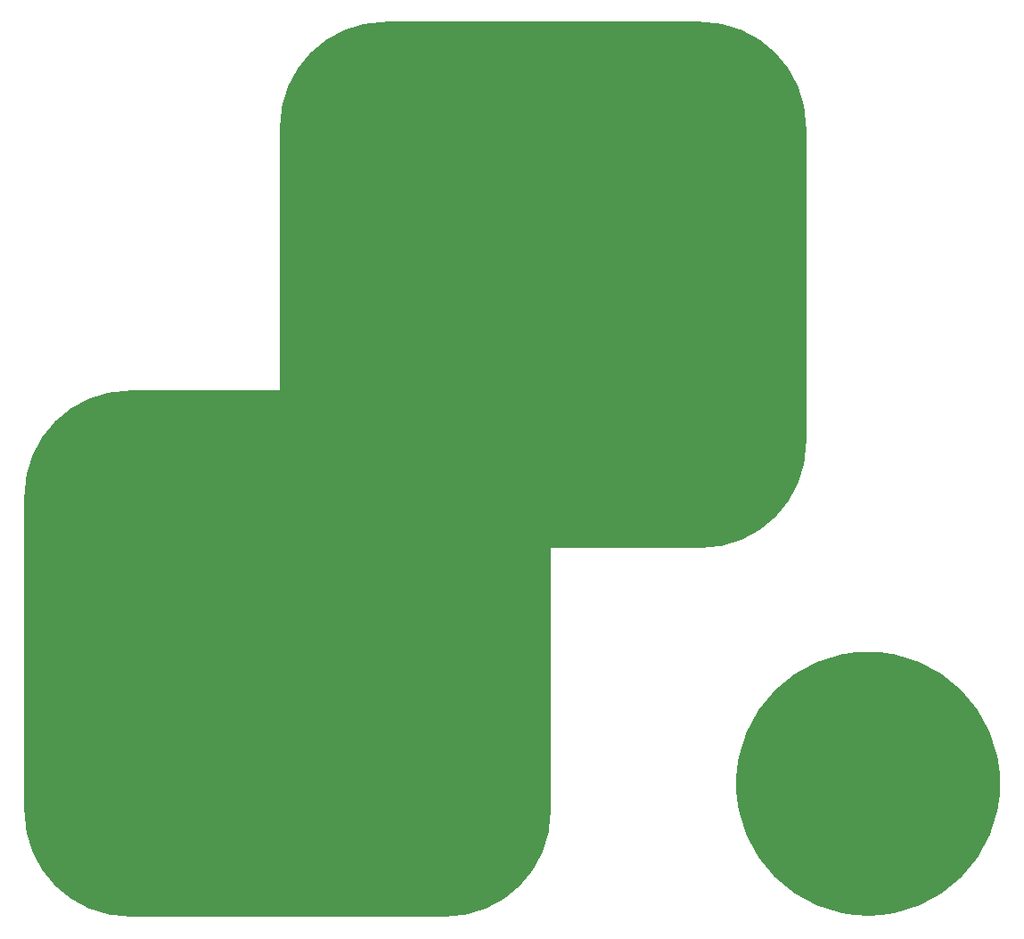
<source format=gtl>
From 6edc1bf6069f489fcc4ae11bc0523d8bfc31cfd8 Mon Sep 17 00:00:00 2001
From: jaseg <git@jaseg.de>
Date: Sat, 29 Jan 2022 21:19:11 +0100
Subject: Fix zero suppression handling and remove more old files

---
 .../panelize/expects/dxf_save_fill_simple.gtl      | 78 ----------------------
 1 file changed, 78 deletions(-)
 delete mode 100644 gerbonara/gerber/tests/panelize/expects/dxf_save_fill_simple.gtl

(limited to 'gerbonara/gerber/tests/panelize/expects/dxf_save_fill_simple.gtl')

diff --git a/gerbonara/gerber/tests/panelize/expects/dxf_save_fill_simple.gtl b/gerbonara/gerber/tests/panelize/expects/dxf_save_fill_simple.gtl
deleted file mode 100644
index 5ff4d55..0000000
--- a/gerbonara/gerber/tests/panelize/expects/dxf_save_fill_simple.gtl
+++ /dev/null
@@ -1,78 +0,0 @@
-%MOMM*%
-%FSLAX34Y34*%
-%IPPOS*%
-%ADD10C,0*%
-G75*
-%LPD*%
-D10*
-G36*
-G01*
-X400000Y0D02*
-G75*
-G01*
-X100000Y0D01*
-G02*
-X0Y100000I0J100000D01*
-G01*
-X0Y400000D01*
-G02*
-X100000Y500000I100000J0D01*
-G01*
-X400000Y500000D01*
-G02*
-X500000Y400000I0J-100000D01*
-G01*
-X500000Y100000D01*
-G02*
-X400000Y0I-100000J0D01*
-G01*
-X742704Y750394D02*
-G75*
-G01*
-X742704Y450394D01*
-G02*
-X642704Y350394I-100000J0D01*
-G01*
-X342704Y350394D01*
-G02*
-X242704Y450394I0J100000D01*
-G01*
-X242704Y750394D01*
-G02*
-X342704Y850394I100000J0D01*
-G01*
-X642704Y850394D01*
-G02*
-X742704Y750394I0J-100000D01*
-G01*
-X382038Y422062D02*
-G75*
-G01*
-X134512Y422062D01*
-G01*
-X134512Y135960D01*
-G01*
-X382038Y135960D01*
-G01*
-X382038Y422062D01*
-G01*
-X927009Y126316D02*
-G75*
-G03*
-X927009Y126316I-125463J0D01*
-G01*
-X602773Y650000D02*
-G75*
-G03*
-X602773Y650000I-102773J0D01*
-G01*
-X500000Y650000D02*
-G75*
-G01*
-X500000Y714592D01*
-G03*
-X562602Y634088I0J-64592D01*
-G01*
-X500000Y650000D01*
-G37*
-M02*
-- 
cgit 


</source>
